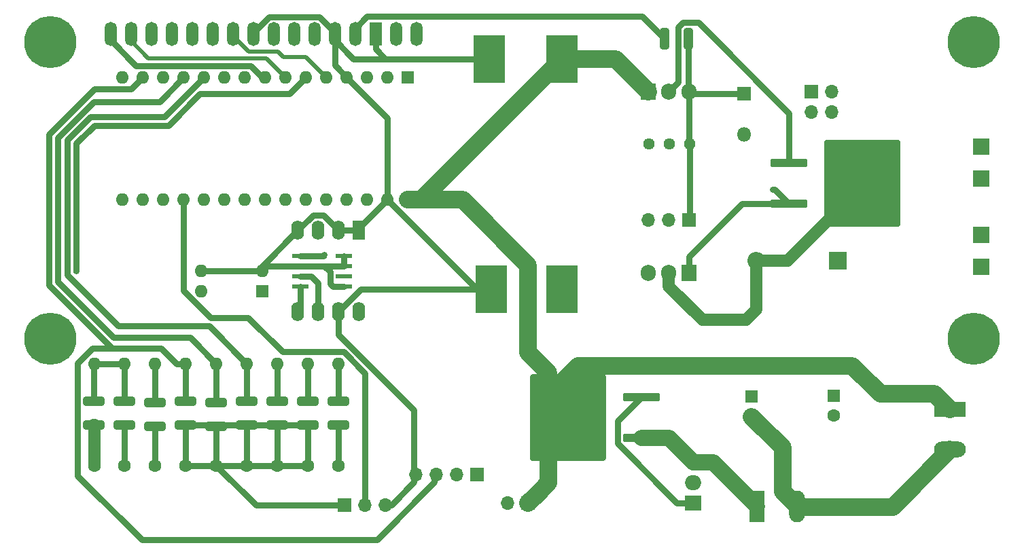
<source format=gbr>
%TF.GenerationSoftware,KiCad,Pcbnew,7.0.2*%
%TF.CreationDate,2023-05-13T16:33:46+02:00*%
%TF.ProjectId,pid_controller,7069645f-636f-46e7-9472-6f6c6c65722e,2.0*%
%TF.SameCoordinates,Original*%
%TF.FileFunction,Copper,L2,Bot*%
%TF.FilePolarity,Positive*%
%FSLAX46Y46*%
G04 Gerber Fmt 4.6, Leading zero omitted, Abs format (unit mm)*
G04 Created by KiCad (PCBNEW 7.0.2) date 2023-05-13 16:33:46*
%MOMM*%
%LPD*%
G01*
G04 APERTURE LIST*
G04 Aperture macros list*
%AMRoundRect*
0 Rectangle with rounded corners*
0 $1 Rounding radius*
0 $2 $3 $4 $5 $6 $7 $8 $9 X,Y pos of 4 corners*
0 Add a 4 corners polygon primitive as box body*
4,1,4,$2,$3,$4,$5,$6,$7,$8,$9,$2,$3,0*
0 Add four circle primitives for the rounded corners*
1,1,$1+$1,$2,$3*
1,1,$1+$1,$4,$5*
1,1,$1+$1,$6,$7*
1,1,$1+$1,$8,$9*
0 Add four rect primitives between the rounded corners*
20,1,$1+$1,$2,$3,$4,$5,0*
20,1,$1+$1,$4,$5,$6,$7,0*
20,1,$1+$1,$6,$7,$8,$9,0*
20,1,$1+$1,$8,$9,$2,$3,0*%
G04 Aperture macros list end*
%TA.AperFunction,ComponentPad*%
%ADD10R,1.905000X2.000000*%
%TD*%
%TA.AperFunction,ComponentPad*%
%ADD11O,1.905000X2.000000*%
%TD*%
%TA.AperFunction,ComponentPad*%
%ADD12C,1.600000*%
%TD*%
%TA.AperFunction,ComponentPad*%
%ADD13O,1.600000X1.600000*%
%TD*%
%TA.AperFunction,ComponentPad*%
%ADD14R,1.980000X3.960000*%
%TD*%
%TA.AperFunction,ComponentPad*%
%ADD15O,1.980000X3.960000*%
%TD*%
%TA.AperFunction,ComponentPad*%
%ADD16R,2.000000X1.905000*%
%TD*%
%TA.AperFunction,ComponentPad*%
%ADD17O,2.000000X1.905000*%
%TD*%
%TA.AperFunction,ComponentPad*%
%ADD18R,1.700000X1.700000*%
%TD*%
%TA.AperFunction,ComponentPad*%
%ADD19O,1.700000X1.700000*%
%TD*%
%TA.AperFunction,ComponentPad*%
%ADD20C,1.440000*%
%TD*%
%TA.AperFunction,ComponentPad*%
%ADD21R,3.960000X1.980000*%
%TD*%
%TA.AperFunction,ComponentPad*%
%ADD22O,3.960000X1.980000*%
%TD*%
%TA.AperFunction,ComponentPad*%
%ADD23R,1.600000X1.600000*%
%TD*%
%TA.AperFunction,ComponentPad*%
%ADD24R,3.900000X6.000000*%
%TD*%
%TA.AperFunction,ComponentPad*%
%ADD25R,1.800000X1.800000*%
%TD*%
%TA.AperFunction,ComponentPad*%
%ADD26O,1.800000X1.800000*%
%TD*%
%TA.AperFunction,ComponentPad*%
%ADD27R,2.200000X2.200000*%
%TD*%
%TA.AperFunction,ComponentPad*%
%ADD28O,2.200000X2.200000*%
%TD*%
%TA.AperFunction,ComponentPad*%
%ADD29R,1.600000X2.400000*%
%TD*%
%TA.AperFunction,ComponentPad*%
%ADD30O,1.600000X2.400000*%
%TD*%
%TA.AperFunction,SMDPad,CuDef*%
%ADD31RoundRect,0.250000X1.075000X-0.312500X1.075000X0.312500X-1.075000X0.312500X-1.075000X-0.312500X0*%
%TD*%
%TA.AperFunction,SMDPad,CuDef*%
%ADD32RoundRect,0.250000X0.312500X1.075000X-0.312500X1.075000X-0.312500X-1.075000X0.312500X-1.075000X0*%
%TD*%
%TA.AperFunction,SMDPad,CuDef*%
%ADD33RoundRect,0.250000X-2.050000X-0.300000X2.050000X-0.300000X2.050000X0.300000X-2.050000X0.300000X0*%
%TD*%
%TA.AperFunction,SMDPad,CuDef*%
%ADD34RoundRect,0.250000X-2.025000X-2.375000X2.025000X-2.375000X2.025000X2.375000X-2.025000X2.375000X0*%
%TD*%
%TA.AperFunction,SMDPad,CuDef*%
%ADD35RoundRect,0.250002X-4.449998X-5.149998X4.449998X-5.149998X4.449998X5.149998X-4.449998X5.149998X0*%
%TD*%
%TA.AperFunction,SMDPad,CuDef*%
%ADD36RoundRect,0.250000X2.050000X0.300000X-2.050000X0.300000X-2.050000X-0.300000X2.050000X-0.300000X0*%
%TD*%
%TA.AperFunction,SMDPad,CuDef*%
%ADD37RoundRect,0.250000X2.025000X2.375000X-2.025000X2.375000X-2.025000X-2.375000X2.025000X-2.375000X0*%
%TD*%
%TA.AperFunction,SMDPad,CuDef*%
%ADD38RoundRect,0.250002X4.449998X5.149998X-4.449998X5.149998X-4.449998X-5.149998X4.449998X-5.149998X0*%
%TD*%
%TA.AperFunction,ComponentPad*%
%ADD39C,6.500000*%
%TD*%
%TA.AperFunction,ComponentPad*%
%ADD40R,1.500000X3.000000*%
%TD*%
%TA.AperFunction,ComponentPad*%
%ADD41O,1.500000X3.000000*%
%TD*%
%TA.AperFunction,ComponentPad*%
%ADD42R,2.000000X2.000000*%
%TD*%
%TA.AperFunction,SMDPad,CuDef*%
%ADD43R,2.000000X0.600000*%
%TD*%
%TA.AperFunction,ViaPad*%
%ADD44C,0.600000*%
%TD*%
%TA.AperFunction,Conductor*%
%ADD45C,0.750000*%
%TD*%
%TA.AperFunction,Conductor*%
%ADD46C,2.200000*%
%TD*%
%TA.AperFunction,Conductor*%
%ADD47C,1.500000*%
%TD*%
%TA.AperFunction,Conductor*%
%ADD48C,2.000000*%
%TD*%
%TA.AperFunction,Conductor*%
%ADD49C,0.500000*%
%TD*%
G04 APERTURE END LIST*
D10*
%TO.P,Q3,1,G*%
%TO.N,Net-(Q3-G)*%
X159258000Y-103124000D03*
D11*
%TO.P,Q3,2,D*%
%TO.N,Net-(D2-A)*%
X156718000Y-103124000D03*
%TO.P,Q3,3,S*%
%TO.N,GND*%
X154178000Y-103124000D03*
%TD*%
D12*
%TO.P,R14,1*%
%TO.N,+5V*%
X107950000Y-127123000D03*
D13*
%TO.P,R14,2*%
%TO.N,SCL*%
X107950000Y-114423000D03*
%TD*%
D12*
%TO.P,R2,1*%
%TO.N,+24V*%
X85140000Y-127123000D03*
D13*
%TO.P,R2,2*%
%TO.N,Net-(R1-Pad2)*%
X85140000Y-114423000D03*
%TD*%
D14*
%TO.P,J2,1,Pin_1*%
%TO.N,/HeaterPowerOut*%
X167720000Y-132207000D03*
D15*
%TO.P,J2,2,Pin_2*%
%TO.N,GND*%
X172720000Y-132207000D03*
%TD*%
D16*
%TO.P,Q1,1,G*%
%TO.N,Net-(Q1-G)*%
X159766000Y-131826000D03*
D17*
%TO.P,Q1,2,D*%
%TO.N,+12V*%
X159766000Y-129286000D03*
%TO.P,Q1,3,S*%
%TO.N,/HeaterPowerOut*%
X159766000Y-126746000D03*
%TD*%
D18*
%TO.P,M1,1,+*%
%TO.N,+12V*%
X139192000Y-131826000D03*
D19*
%TO.P,M1,2,-*%
%TO.N,Net-(D2-A)*%
X136652000Y-131826000D03*
%TD*%
D10*
%TO.P,U1,1,IN*%
%TO.N,+12V*%
X154178000Y-80518000D03*
D11*
%TO.P,U1,2,GND*%
%TO.N,GND*%
X156718000Y-80518000D03*
%TO.P,U1,3,OUT*%
%TO.N,+5V*%
X159258000Y-80518000D03*
%TD*%
D18*
%TO.P,RV2,1,1*%
%TO.N,+5V*%
X159258000Y-96520000D03*
D19*
%TO.P,RV2,2,2*%
%TO.N,/PWM*%
X156718000Y-96520000D03*
%TO.P,RV2,3,3*%
%TO.N,GND*%
X154178000Y-96520000D03*
%TD*%
D20*
%TO.P,RV1,1,1*%
%TO.N,+5V*%
X159268000Y-87013000D03*
%TO.P,RV1,2,2*%
%TO.N,Net-(DS1-Vo)*%
X156728000Y-87013000D03*
%TO.P,RV1,3,3*%
%TO.N,GND*%
X154188000Y-87013000D03*
%TD*%
D21*
%TO.P,J1,1,Pin_1*%
%TO.N,+12V*%
X191770000Y-120171000D03*
D22*
%TO.P,J1,2,Pin_2*%
%TO.N,GND*%
X191770000Y-125171000D03*
%TD*%
D18*
%TO.P,J4,1,Pin_1*%
%TO.N,/A*%
X132842000Y-128270000D03*
D19*
%TO.P,J4,2,Pin_2*%
%TO.N,/ROTARY_DATA*%
X130302000Y-128270000D03*
%TO.P,J4,3,Pin_3*%
%TO.N,/ROTARY_SWITCH*%
X127762000Y-128270000D03*
%TO.P,J4,4,Pin_4*%
%TO.N,GND*%
X125222000Y-128270000D03*
%TD*%
D12*
%TO.P,R12,1*%
%TO.N,+5V*%
X104140000Y-127123000D03*
D13*
%TO.P,R12,2*%
%TO.N,/A*%
X104140000Y-114423000D03*
%TD*%
D12*
%TO.P,R6,1*%
%TO.N,Net-(R5-Pad1)*%
X92710000Y-127123000D03*
D13*
%TO.P,R6,2*%
%TO.N,PWM_Signal*%
X92710000Y-114423000D03*
%TD*%
D12*
%TO.P,R19,1*%
%TO.N,/PWM*%
X115570000Y-127123000D03*
D13*
%TO.P,R19,2*%
%TO.N,Net-(Q3-G)*%
X115570000Y-114423000D03*
%TD*%
D23*
%TO.P,U5,1*%
%TO.N,Net-(R5-Pad1)*%
X106035000Y-105415000D03*
D13*
%TO.P,U5,2*%
%TO.N,GND*%
X106035000Y-102875000D03*
%TO.P,U5,3*%
X98415000Y-102875000D03*
%TO.P,U5,4*%
%TO.N,Net-(R1-Pad2)*%
X98415000Y-105415000D03*
%TD*%
D24*
%TO.P,U3,1,+Vin*%
%TO.N,+12V*%
X143400000Y-76424000D03*
%TO.P,U3,2,-Vin*%
%TO.N,GND*%
X134366000Y-76424000D03*
%TO.P,U3,3,+Vout*%
%TO.N,+24V*%
X143400000Y-105156000D03*
%TO.P,U3,4,-Vout*%
%TO.N,GND*%
X134620000Y-105156000D03*
%TD*%
D23*
%TO.P,A1,1,D1/TX*%
%TO.N,unconnected-(A1-D1{slash}TX-Pad1)*%
X124206000Y-78740000D03*
D13*
%TO.P,A1,2,D0/RX*%
%TO.N,unconnected-(A1-D0{slash}RX-Pad2)*%
X121666000Y-78740000D03*
%TO.P,A1,3,~{RESET}*%
%TO.N,unconnected-(A1-~{RESET}-Pad3)*%
X119126000Y-78740000D03*
%TO.P,A1,4,GND*%
%TO.N,GND*%
X116586000Y-78740000D03*
%TO.P,A1,5,D2*%
%TO.N,EN*%
X114046000Y-78740000D03*
%TO.P,A1,6,D3*%
%TO.N,PWM_Signal*%
X111506000Y-78740000D03*
%TO.P,A1,7,D4*%
%TO.N,D4*%
X108966000Y-78740000D03*
%TO.P,A1,8,D5*%
%TO.N,D5*%
X106426000Y-78740000D03*
%TO.P,A1,9,D6*%
%TO.N,D6*%
X103886000Y-78740000D03*
%TO.P,A1,10,D7*%
%TO.N,D7*%
X101346000Y-78740000D03*
%TO.P,A1,11,D8*%
%TO.N,/A*%
X98806000Y-78740000D03*
%TO.P,A1,12,D9*%
%TO.N,/ROTARY_DATA*%
X96266000Y-78740000D03*
%TO.P,A1,13,D10*%
%TO.N,RS*%
X93726000Y-78740000D03*
%TO.P,A1,14,D11*%
%TO.N,/ROTARY_SWITCH*%
X91186000Y-78740000D03*
%TO.P,A1,15,D12*%
%TO.N,unconnected-(A1-D12-Pad15)*%
X88646000Y-78740000D03*
%TO.P,A1,16,D13*%
%TO.N,unconnected-(A1-D13-Pad16)*%
X88646000Y-93980000D03*
%TO.P,A1,17,3V3*%
%TO.N,unconnected-(A1-3V3-Pad17)*%
X91186000Y-93980000D03*
%TO.P,A1,18,AREF*%
%TO.N,unconnected-(A1-AREF-Pad18)*%
X93726000Y-93980000D03*
%TO.P,A1,19,A0*%
%TO.N,Net-(A1-A0)*%
X96266000Y-93980000D03*
%TO.P,A1,20,A1*%
%TO.N,unconnected-(A1-A1-Pad20)*%
X98806000Y-93980000D03*
%TO.P,A1,21,A2*%
%TO.N,unconnected-(A1-A2-Pad21)*%
X101346000Y-93980000D03*
%TO.P,A1,22,A3*%
%TO.N,unconnected-(A1-A3-Pad22)*%
X103886000Y-93980000D03*
%TO.P,A1,23,A4*%
%TO.N,SDA*%
X106426000Y-93980000D03*
%TO.P,A1,24,A5*%
%TO.N,SCL*%
X108966000Y-93980000D03*
%TO.P,A1,25,A6*%
%TO.N,unconnected-(A1-A6-Pad25)*%
X111506000Y-93980000D03*
%TO.P,A1,26,A7*%
%TO.N,unconnected-(A1-A7-Pad26)*%
X114046000Y-93980000D03*
%TO.P,A1,27,+5V*%
%TO.N,Net-(A1-+5V)*%
X116586000Y-93980000D03*
%TO.P,A1,28,~{RESET}*%
%TO.N,unconnected-(A1-~{RESET}-Pad28)*%
X119126000Y-93980000D03*
%TO.P,A1,29,GND*%
%TO.N,GND*%
X121666000Y-93980000D03*
%TO.P,A1,30,VIN*%
%TO.N,+12V*%
X124206000Y-93980000D03*
%TD*%
D23*
%TO.P,C2,1*%
%TO.N,+5V*%
X167005000Y-118531000D03*
D12*
%TO.P,C2,2*%
%TO.N,GND*%
X167005000Y-121031000D03*
%TD*%
%TO.P,R10,1*%
%TO.N,+5V*%
X100330000Y-127123000D03*
D13*
%TO.P,R10,2*%
%TO.N,/ROTARY_DATA*%
X100330000Y-114423000D03*
%TD*%
D18*
%TO.P,J3,1,Pin_1*%
%TO.N,+5V*%
X174498000Y-80518000D03*
D19*
%TO.P,J3,2,Pin_2*%
X177038000Y-80518000D03*
%TO.P,J3,3,Pin_3*%
%TO.N,GND*%
X174498000Y-83058000D03*
%TO.P,J3,4,Pin_4*%
X177038000Y-83058000D03*
%TD*%
D25*
%TO.P,D1,1,K*%
%TO.N,+5V*%
X166116000Y-80801000D03*
D26*
%TO.P,D1,2,A*%
%TO.N,Net-(A1-+5V)*%
X166116000Y-85881000D03*
%TD*%
D27*
%TO.P,D2,1,K*%
%TO.N,+12V*%
X177800000Y-101600000D03*
D28*
%TO.P,D2,2,A*%
%TO.N,Net-(D2-A)*%
X167640000Y-101600000D03*
%TD*%
D23*
%TO.P,C1,1*%
%TO.N,+12V*%
X177292000Y-118404000D03*
D12*
%TO.P,C1,2*%
%TO.N,GND*%
X177292000Y-120904000D03*
%TD*%
%TO.P,R16,1*%
%TO.N,+5V*%
X111760000Y-127123000D03*
D13*
%TO.P,R16,2*%
%TO.N,SDA*%
X111760000Y-114423000D03*
%TD*%
D12*
%TO.P,R4,1*%
%TO.N,Net-(Q1-G)*%
X88900000Y-127123000D03*
D13*
%TO.P,R4,2*%
%TO.N,Net-(R1-Pad2)*%
X88900000Y-114423000D03*
%TD*%
D29*
%TO.P,U6,1,A0*%
%TO.N,GND*%
X118110000Y-97790000D03*
D30*
%TO.P,U6,2,A1*%
X115570000Y-97790000D03*
%TO.P,U6,3,A2*%
%TO.N,unconnected-(U6-A2-Pad3)*%
X113030000Y-97790000D03*
%TO.P,U6,4,GND*%
%TO.N,GND*%
X110490000Y-97790000D03*
%TO.P,U6,5,SDA*%
%TO.N,SDA*%
X110490000Y-107950000D03*
%TO.P,U6,6,SCL*%
%TO.N,SCL*%
X113030000Y-107950000D03*
%TO.P,U6,7,WP*%
%TO.N,GND*%
X115570000Y-107950000D03*
%TO.P,U6,8,VCC*%
%TO.N,+5V*%
X118110000Y-107950000D03*
%TD*%
D12*
%TO.P,R8,1*%
%TO.N,+5V*%
X96520000Y-127123000D03*
D13*
%TO.P,R8,2*%
%TO.N,/ROTARY_SWITCH*%
X96520000Y-114423000D03*
%TD*%
D18*
%TO.P,U2,1,+VS*%
%TO.N,+5V*%
X116332000Y-132080000D03*
D19*
%TO.P,U2,2,Vout*%
%TO.N,Net-(A1-A0)*%
X118872000Y-132080000D03*
%TO.P,U2,3,GND*%
%TO.N,GND*%
X121412000Y-132080000D03*
%TD*%
D31*
%TO.P,R9,1*%
%TO.N,+5V*%
X100330000Y-122243500D03*
%TO.P,R9,2*%
%TO.N,/ROTARY_DATA*%
X100330000Y-119318500D03*
%TD*%
%TO.P,R13,1*%
%TO.N,+5V*%
X107950000Y-122051000D03*
%TO.P,R13,2*%
%TO.N,SCL*%
X107950000Y-119126000D03*
%TD*%
%TO.P,R3,1*%
%TO.N,Net-(Q1-G)*%
X88900000Y-122051000D03*
%TO.P,R3,2*%
%TO.N,Net-(R1-Pad2)*%
X88900000Y-119126000D03*
%TD*%
%TO.P,R11,1*%
%TO.N,+5V*%
X104140000Y-122051000D03*
%TO.P,R11,2*%
%TO.N,/A*%
X104140000Y-119126000D03*
%TD*%
D32*
%TO.P,R17,1*%
%TO.N,+5V*%
X159135000Y-73914000D03*
%TO.P,R17,2*%
%TO.N,Net-(DS1-LEDA)*%
X156210000Y-73914000D03*
%TD*%
D31*
%TO.P,R18,1*%
%TO.N,/PWM*%
X115570000Y-122051000D03*
%TO.P,R18,2*%
%TO.N,Net-(Q3-G)*%
X115570000Y-119126000D03*
%TD*%
D33*
%TO.P,Q4,1,G*%
%TO.N,Net-(Q3-G)*%
X171674000Y-94488000D03*
D34*
%TO.P,Q4,2,D*%
%TO.N,Net-(D2-A)*%
X178399000Y-89173000D03*
X178399000Y-94723000D03*
D35*
X180824000Y-91948000D03*
D34*
X183249000Y-89173000D03*
X183249000Y-94723000D03*
D33*
%TO.P,Q4,3,S*%
%TO.N,GND*%
X171674000Y-89408000D03*
%TD*%
D36*
%TO.P,Q2,1,G*%
%TO.N,Net-(Q1-G)*%
X153283000Y-118637000D03*
D37*
%TO.P,Q2,2,D*%
%TO.N,+12V*%
X146558000Y-123952000D03*
X146558000Y-118402000D03*
D38*
X144133000Y-121177000D03*
D37*
X141708000Y-123952000D03*
X141708000Y-118402000D03*
D36*
%TO.P,Q2,3,S*%
%TO.N,/HeaterPowerOut*%
X153283000Y-123717000D03*
%TD*%
D39*
%TO.P,DS1,*%
%TO.N,*%
X194660000Y-111352500D03*
X194660000Y-74352500D03*
X79660000Y-111352500D03*
X79660000Y-74352500D03*
D40*
%TO.P,DS1,1,LEDK*%
%TO.N,GND*%
X120160000Y-73352500D03*
D41*
%TO.P,DS1,2,LEDA*%
%TO.N,Net-(DS1-LEDA)*%
X117620000Y-73352500D03*
%TO.P,DS1,3,VSS*%
%TO.N,GND*%
X115080000Y-73352500D03*
%TO.P,DS1,4,VDD*%
%TO.N,+5V*%
X112540000Y-73352500D03*
%TO.P,DS1,5,Vo*%
%TO.N,Net-(DS1-Vo)*%
X110000000Y-73352500D03*
%TO.P,DS1,6,RS*%
%TO.N,RS*%
X107460000Y-73352500D03*
%TO.P,DS1,7,R/~{W}*%
%TO.N,GND*%
X104920000Y-73352500D03*
%TO.P,DS1,8,E*%
%TO.N,EN*%
X102380000Y-73352500D03*
%TO.P,DS1,9,DB0*%
%TO.N,unconnected-(DS1-DB0-Pad9)*%
X99840000Y-73352500D03*
%TO.P,DS1,10,DB1*%
%TO.N,unconnected-(DS1-DB1-Pad10)*%
X97300000Y-73352500D03*
%TO.P,DS1,11,DB2*%
%TO.N,unconnected-(DS1-DB2-Pad11)*%
X94760000Y-73352500D03*
%TO.P,DS1,12,DB3*%
%TO.N,unconnected-(DS1-DB3-Pad12)*%
X92220000Y-73352500D03*
%TO.P,DS1,13,DB4*%
%TO.N,D4*%
X89680000Y-73352500D03*
%TO.P,DS1,14,DB5*%
%TO.N,D5*%
X87140000Y-73352500D03*
%TO.P,DS1,15,DB6*%
%TO.N,D6*%
X122700000Y-73352500D03*
%TO.P,DS1,16,DB7*%
%TO.N,D7*%
X125240000Y-73352500D03*
D42*
%TO.P,DS1,A1*%
%TO.N,N/C*%
X195660000Y-87352500D03*
%TO.P,DS1,A2*%
X195660000Y-98352500D03*
%TO.P,DS1,K1*%
X195660000Y-91352500D03*
%TO.P,DS1,K2*%
X195660000Y-102352500D03*
%TD*%
D31*
%TO.P,R1,1*%
%TO.N,+24V*%
X85090000Y-122051000D03*
%TO.P,R1,2*%
%TO.N,Net-(R1-Pad2)*%
X85090000Y-119126000D03*
%TD*%
%TO.P,R5,1*%
%TO.N,Net-(R5-Pad1)*%
X92710000Y-122243500D03*
%TO.P,R5,2*%
%TO.N,PWM_Signal*%
X92710000Y-119318500D03*
%TD*%
%TO.P,R15,1*%
%TO.N,+5V*%
X111760000Y-122051000D03*
%TO.P,R15,2*%
%TO.N,SDA*%
X111760000Y-119126000D03*
%TD*%
D43*
%TO.P,U4,1,A0*%
%TO.N,GND*%
X116205000Y-100965000D03*
%TO.P,U4,2,A1*%
X116205000Y-102235000D03*
%TO.P,U4,3,A2*%
%TO.N,unconnected-(U4-A2-Pad3)*%
X116205000Y-103505000D03*
%TO.P,U4,4,GND*%
%TO.N,GND*%
X116205000Y-104775000D03*
%TO.P,U4,5,SDA*%
%TO.N,SDA*%
X110755000Y-104775000D03*
%TO.P,U4,6,SCL*%
%TO.N,SCL*%
X110755000Y-103505000D03*
%TO.P,U4,7,WP*%
%TO.N,GND*%
X110755000Y-102235000D03*
%TO.P,U4,8,VCC*%
%TO.N,+5V*%
X110755000Y-100965000D03*
%TD*%
D31*
%TO.P,R7,1*%
%TO.N,+5V*%
X96520000Y-122051000D03*
%TO.P,R7,2*%
%TO.N,/ROTARY_SWITCH*%
X96520000Y-119126000D03*
%TD*%
D44*
%TO.N,+5V*%
X113792000Y-100838000D03*
%TO.N,PWM_Signal*%
X82804000Y-102870000D03*
%TO.N,Net-(Q3-G)*%
X169672000Y-92710000D03*
%TD*%
D45*
%TO.N,/ROTARY_SWITCH*%
X93472000Y-112522000D02*
X95373000Y-114423000D01*
X84895517Y-112522000D02*
X87376000Y-112522000D01*
X96520000Y-114423000D02*
X96520000Y-119126000D01*
X89711000Y-80215000D02*
X91186000Y-78740000D01*
X91063000Y-136398000D02*
X83058000Y-128393000D01*
X127498000Y-129229000D02*
X120329000Y-136398000D01*
X95373000Y-114423000D02*
X96520000Y-114423000D01*
X120329000Y-136398000D02*
X91063000Y-136398000D01*
X79502000Y-104648000D02*
X79502000Y-85852000D01*
X127498000Y-128534000D02*
X127498000Y-129229000D01*
X87122000Y-112522000D02*
X93472000Y-112522000D01*
X127762000Y-128270000D02*
X127498000Y-128534000D01*
X87376000Y-112522000D02*
X79502000Y-104648000D01*
X79502000Y-85852000D02*
X85139000Y-80215000D01*
X83058000Y-114359517D02*
X84895517Y-112522000D01*
X85139000Y-80215000D02*
X89711000Y-80215000D01*
X83058000Y-128393000D02*
X83058000Y-114359517D01*
%TO.N,GND*%
X115570000Y-107950000D02*
X118364000Y-105156000D01*
X118364000Y-105156000D02*
X134620000Y-105156000D01*
X106869746Y-71177500D02*
X104920000Y-73127246D01*
X115080000Y-73352500D02*
X115080000Y-74102500D01*
X104920000Y-73127246D02*
X104920000Y-73352500D01*
X124958000Y-129229000D02*
X124958000Y-120240110D01*
X98415000Y-102875000D02*
X106035000Y-102875000D01*
X121666000Y-93980000D02*
X121666000Y-83820000D01*
X157897500Y-72455852D02*
X157897500Y-79338500D01*
D46*
X172847000Y-132334000D02*
X184607000Y-132334000D01*
D45*
X124958000Y-120240110D02*
X115570000Y-110852110D01*
D46*
X167005000Y-121031000D02*
X170891000Y-124917000D01*
D45*
X121920000Y-76424000D02*
X121418000Y-76424000D01*
X117401500Y-76424000D02*
X121920000Y-76424000D01*
X106675000Y-102235000D02*
X110755000Y-102235000D01*
X115080000Y-74102500D02*
X117401500Y-76424000D01*
X115080000Y-73352500D02*
X115080000Y-73127246D01*
X118110000Y-97536000D02*
X121666000Y-93980000D01*
X113695000Y-95915000D02*
X112365000Y-95915000D01*
X134366000Y-76424000D02*
X121920000Y-76424000D01*
X106035000Y-102875000D02*
X106035000Y-102245000D01*
X171674000Y-89408000D02*
X171674000Y-83209000D01*
X157897500Y-79338500D02*
X156718000Y-80518000D01*
X124958000Y-128534000D02*
X125222000Y-128270000D01*
X118110000Y-97790000D02*
X118110000Y-97536000D01*
X121418000Y-76424000D02*
X120160000Y-75166000D01*
X110755000Y-102235000D02*
X113284000Y-102235000D01*
D46*
X170891000Y-124917000D02*
X170891000Y-130378000D01*
D45*
X115080000Y-77234000D02*
X115080000Y-73352500D01*
X113792000Y-102235000D02*
X114530000Y-102973000D01*
X115080000Y-73127246D02*
X113130254Y-71177500D01*
X112365000Y-95915000D02*
X110490000Y-97790000D01*
X113130254Y-71177500D02*
X106869746Y-71177500D01*
D46*
X184607000Y-132334000D02*
X191770000Y-125171000D01*
D45*
X114530000Y-102973000D02*
X114530000Y-104480000D01*
X121666000Y-93980000D02*
X132842000Y-105156000D01*
X158439352Y-71914000D02*
X157897500Y-72455852D01*
X114530000Y-104480000D02*
X114825000Y-104775000D01*
X106035000Y-102245000D02*
X110490000Y-97790000D01*
X113284000Y-102235000D02*
X113792000Y-102235000D01*
X118110000Y-97790000D02*
X115570000Y-97790000D01*
X121412000Y-132080000D02*
X122107000Y-132080000D01*
X171674000Y-83209000D02*
X160379000Y-71914000D01*
D46*
X170891000Y-130378000D02*
X172847000Y-132334000D01*
D45*
X120160000Y-73352500D02*
X120160000Y-75166000D01*
X116586000Y-78740000D02*
X115080000Y-77234000D01*
X116205000Y-102235000D02*
X116205000Y-100965000D01*
X114825000Y-104775000D02*
X116205000Y-104775000D01*
X121666000Y-83820000D02*
X116586000Y-78740000D01*
X124958000Y-129229000D02*
X124958000Y-128534000D01*
X132842000Y-105156000D02*
X134620000Y-105156000D01*
X122107000Y-132080000D02*
X124958000Y-129229000D01*
X160379000Y-71914000D02*
X158439352Y-71914000D01*
X113284000Y-102235000D02*
X116205000Y-102235000D01*
X115570000Y-97790000D02*
X113695000Y-95915000D01*
X106035000Y-102875000D02*
X106675000Y-102235000D01*
X115570000Y-110852110D02*
X115570000Y-107950000D01*
%TO.N,/A*%
X81788000Y-86535848D02*
X81788000Y-103378000D01*
X99445000Y-109728000D02*
X104140000Y-114423000D01*
X81788000Y-103378000D02*
X88138000Y-109728000D01*
X84669924Y-83653924D02*
X81788000Y-86535848D01*
X98806000Y-78740000D02*
X93892076Y-83653924D01*
X104140000Y-114423000D02*
X104140000Y-119126000D01*
X88138000Y-109728000D02*
X99445000Y-109728000D01*
X93892076Y-83653924D02*
X84669924Y-83653924D01*
%TO.N,+5V*%
X110755000Y-100965000D02*
X113665000Y-100965000D01*
X107950000Y-127123000D02*
X107950000Y-122051000D01*
X166116000Y-80801000D02*
X159541000Y-80801000D01*
X159135000Y-80395000D02*
X159258000Y-80518000D01*
X96520000Y-122051000D02*
X96520000Y-127123000D01*
X159268000Y-96510000D02*
X159258000Y-96520000D01*
X96520000Y-127123000D02*
X111760000Y-127123000D01*
X159258000Y-87003000D02*
X159268000Y-87013000D01*
X113665000Y-100965000D02*
X113792000Y-100838000D01*
X159135000Y-73914000D02*
X159135000Y-80395000D01*
X159268000Y-87013000D02*
X159268000Y-96510000D01*
X159258000Y-80518000D02*
X159258000Y-87003000D01*
X100330000Y-127123000D02*
X100330000Y-122243500D01*
X111760000Y-122051000D02*
X96520000Y-122051000D01*
X104140000Y-127123000D02*
X104140000Y-122051000D01*
X105287000Y-132080000D02*
X100330000Y-127123000D01*
X111760000Y-127123000D02*
X111760000Y-122051000D01*
X159541000Y-80801000D02*
X159258000Y-80518000D01*
X116332000Y-132080000D02*
X105287000Y-132080000D01*
%TO.N,PWM_Signal*%
X111506000Y-78740000D02*
X109474000Y-80772000D01*
X92710000Y-114423000D02*
X92710000Y-119318500D01*
X85104848Y-84703924D02*
X82838000Y-86970772D01*
X98258924Y-80772000D02*
X94327000Y-84703924D01*
X94327000Y-84703924D02*
X85104848Y-84703924D01*
X82838000Y-86970772D02*
X82838000Y-102870000D01*
X109474000Y-80772000D02*
X98258924Y-80772000D01*
D47*
%TO.N,+24V*%
X85140000Y-122101000D02*
X85090000Y-122051000D01*
X85140000Y-127123000D02*
X85140000Y-122101000D01*
D45*
%TO.N,Net-(Q1-G)*%
X150308000Y-121612000D02*
X150308000Y-124400148D01*
X153283000Y-118637000D02*
X150308000Y-121612000D01*
X88900000Y-127123000D02*
X88900000Y-122051000D01*
X157733852Y-131826000D02*
X159766000Y-131826000D01*
X150308000Y-124400148D02*
X157733852Y-131826000D01*
%TO.N,SCL*%
X110755000Y-103505000D02*
X112135000Y-103505000D01*
X113030000Y-104400000D02*
X113030000Y-107950000D01*
X107950000Y-114423000D02*
X107950000Y-119126000D01*
X112135000Y-103505000D02*
X113030000Y-104400000D01*
D46*
%TO.N,+12V*%
X145429000Y-114681000D02*
X141708000Y-118402000D01*
D48*
X141732000Y-129286000D02*
X140335000Y-130683000D01*
D46*
X125844000Y-93980000D02*
X143400000Y-76424000D01*
X139192000Y-113030000D02*
X139192000Y-102178000D01*
X140335000Y-130683000D02*
X139192000Y-131826000D01*
X130994000Y-93980000D02*
X124206000Y-93980000D01*
X183094621Y-118197621D02*
X179578000Y-114681000D01*
X141708000Y-123952000D02*
X141708000Y-129310000D01*
X139192000Y-102178000D02*
X130994000Y-93980000D01*
X141708000Y-129310000D02*
X140335000Y-130683000D01*
X124206000Y-93980000D02*
X125844000Y-93980000D01*
X143400000Y-76424000D02*
X150084000Y-76424000D01*
X191770000Y-120171000D02*
X189796621Y-118197621D01*
X141708000Y-115546000D02*
X139192000Y-113030000D01*
X179578000Y-114681000D02*
X145429000Y-114681000D01*
X150084000Y-76424000D02*
X154178000Y-80518000D01*
X141708000Y-118402000D02*
X141708000Y-115546000D01*
X189796621Y-118197621D02*
X183094621Y-118197621D01*
D48*
%TO.N,/HeaterPowerOut*%
X153283000Y-123717000D02*
X156737000Y-123717000D01*
X162259000Y-126746000D02*
X167720000Y-132207000D01*
X156737000Y-123717000D02*
X159766000Y-126746000D01*
X159766000Y-126746000D02*
X162259000Y-126746000D01*
D45*
%TO.N,/PWM*%
X115570000Y-122051000D02*
X115570000Y-127123000D01*
%TO.N,Net-(Q3-G)*%
X169672000Y-92710000D02*
X169896000Y-92710000D01*
X115570000Y-114423000D02*
X115570000Y-119126000D01*
X159258000Y-103124000D02*
X159258000Y-101092000D01*
X169896000Y-92710000D02*
X171674000Y-94488000D01*
X159258000Y-101092000D02*
X165862000Y-94488000D01*
X165862000Y-94488000D02*
X171674000Y-94488000D01*
%TO.N,Net-(DS1-LEDA)*%
X117620000Y-72602500D02*
X117620000Y-73352500D01*
X119120000Y-71102500D02*
X117620000Y-72602500D01*
X156210000Y-73914000D02*
X153398500Y-71102500D01*
X153398500Y-71102500D02*
X119120000Y-71102500D01*
%TO.N,D5*%
X104582322Y-77265000D02*
X106057322Y-78740000D01*
X87140000Y-74102500D02*
X90302500Y-77265000D01*
X106057322Y-78740000D02*
X106426000Y-78740000D01*
X87140000Y-73352500D02*
X87140000Y-74102500D01*
X90302500Y-77265000D02*
X104582322Y-77265000D01*
D49*
%TO.N,D4*%
X89680000Y-74186000D02*
X89680000Y-73352500D01*
X106553500Y-76327500D02*
X91821500Y-76327500D01*
X91821500Y-76327500D02*
X89680000Y-74186000D01*
X108966000Y-78740000D02*
X106553500Y-76327500D01*
%TO.N,EN*%
X104329746Y-75527500D02*
X102380000Y-73577754D01*
D45*
X102380000Y-73577754D02*
X102380000Y-73352500D01*
D49*
X111506000Y-76200000D02*
X108712000Y-76200000D01*
X114046000Y-78740000D02*
X111506000Y-76200000D01*
X108039500Y-75527500D02*
X104329746Y-75527500D01*
X108712000Y-76200000D02*
X108039500Y-75527500D01*
D45*
%TO.N,Net-(R5-Pad1)*%
X92710000Y-127123000D02*
X92710000Y-122243500D01*
%TO.N,Net-(R1-Pad2)*%
X88900000Y-114423000D02*
X85140000Y-114423000D01*
X85090000Y-119126000D02*
X85090000Y-114473000D01*
X88900000Y-114423000D02*
X88900000Y-119126000D01*
X85090000Y-114473000D02*
X85140000Y-114423000D01*
%TO.N,/ROTARY_DATA*%
X85070462Y-81768462D02*
X80552000Y-86286924D01*
X80552000Y-86286924D02*
X80552000Y-104213076D01*
X93237538Y-81768462D02*
X85070462Y-81768462D01*
X100330000Y-114423000D02*
X100330000Y-119318500D01*
X96266000Y-78740000D02*
X93237538Y-81768462D01*
X80552000Y-104213076D02*
X87483462Y-111144538D01*
X97051538Y-111144538D02*
X100330000Y-114423000D01*
X87483462Y-111144538D02*
X97051538Y-111144538D01*
%TO.N,Net-(A1-A0)*%
X116180966Y-112948000D02*
X118872000Y-115639034D01*
X96266000Y-93980000D02*
X96266000Y-105351966D01*
X104290966Y-108678000D02*
X108560966Y-112948000D01*
X99592034Y-108678000D02*
X104290966Y-108678000D01*
X118872000Y-115639034D02*
X118872000Y-132080000D01*
X96266000Y-105351966D02*
X99592034Y-108678000D01*
X108560966Y-112948000D02*
X116180966Y-112948000D01*
D47*
%TO.N,Net-(D2-A)*%
X167640000Y-107696000D02*
X167640000Y-101600000D01*
X156718000Y-104779000D02*
X160905000Y-108966000D01*
X166370000Y-108966000D02*
X167640000Y-107696000D01*
X160905000Y-108966000D02*
X166370000Y-108966000D01*
X167640000Y-101600000D02*
X171522000Y-101600000D01*
X156718000Y-103124000D02*
X156718000Y-104779000D01*
X171522000Y-101600000D02*
X178399000Y-94723000D01*
D45*
%TO.N,SDA*%
X110755000Y-104775000D02*
X110755000Y-107685000D01*
X110755000Y-107685000D02*
X110490000Y-107950000D01*
X111760000Y-114423000D02*
X111760000Y-119126000D01*
%TD*%
M02*

</source>
